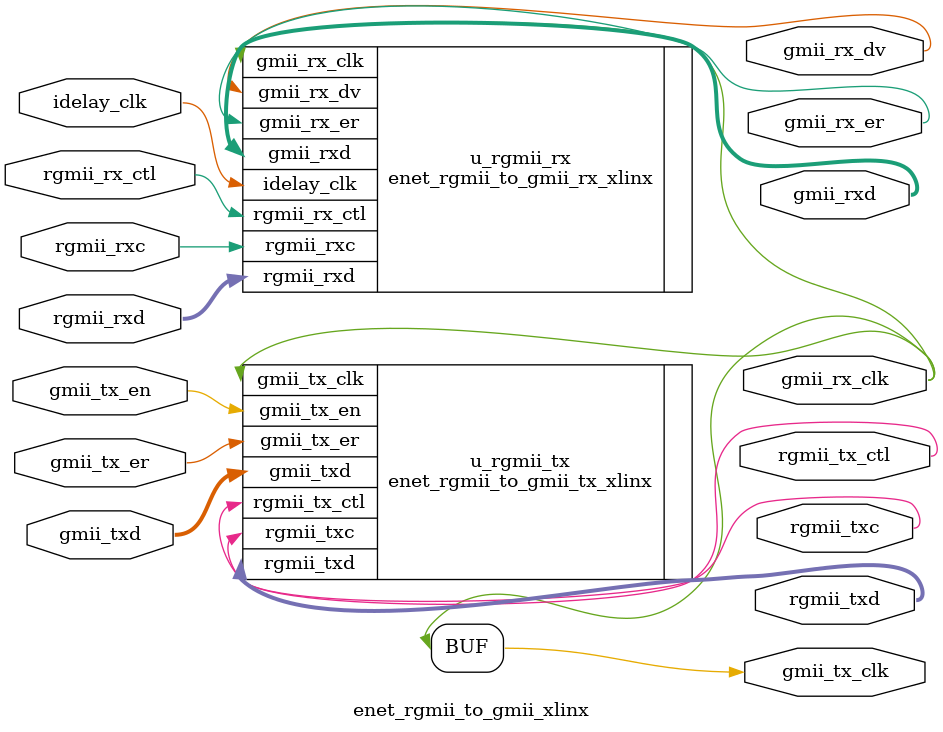
<source format=v>

module enet_rgmii_to_gmii_xlinx(
    input              idelay_clk  , //IDELAYÊ±ÖÓ
    //ÒÔÌ«ÍøGMII½Ó¿Ú
    output             gmii_rx_clk , //GMII½ÓÊÕÊ±ÖÓ
    output             gmii_rx_dv  , //GMII½ÓÊÕÊý¾ÝÓÐÐ§ÐÅºÅ
    output             gmii_rx_er  , //GMII½ÓÊÕÊý¾Ý´íÎóÐÅºÅ
    output      [7:0]  gmii_rxd    , //GMII½ÓÊÕÊý¾Ý
    output             gmii_tx_clk , //GMII·¢ËÍÊ±ÖÓ
    input              gmii_tx_en  , //GMII·¢ËÍÊý¾ÝÊ¹ÄÜÐÅºÅ
    input              gmii_tx_er  , //GMII·¢ËÍÊý¾Ý´íÎóÐÅºÅ
    input       [7:0]  gmii_txd    , //GMII·¢ËÍÊý¾Ý            
    //ÒÔÌ«ÍøRGMII½Ó¿Ú   
    input              rgmii_rxc   , //RGMII½ÓÊÕÊ±ÖÓ
    input              rgmii_rx_ctl, //RGMII½ÓÊÕÊý¾Ý¿ØÖÆÐÅºÅ
    input       [3:0]  rgmii_rxd   , //RGMII½ÓÊÕÊý¾Ý
    output             rgmii_txc   , //RGMII·¢ËÍÊ±ÖÓ    
    output             rgmii_tx_ctl, //RGMII·¢ËÍÊý¾Ý¿ØÖÆÐÅºÅ
    output      [3:0]  rgmii_txd     //RGMII·¢ËÍÊý¾Ý          
);

//parameter define
parameter IDELAY_VALUE = 0;  //ÊäÈëÊý¾ÝIOÑÓÊ±(Èç¹ûÎªn,±íÊ¾ÑÓÊ±n*78ps) 

//*****************************************************
//**                    main code
//*****************************************************

assign gmii_tx_clk = gmii_rx_clk;

//RGMII½ÓÊÕ
enet_rgmii_to_gmii_rx_xlinx #(
    .IDELAY_VALUE  (IDELAY_VALUE)
) u_rgmii_rx(
    .idelay_clk    (idelay_clk      ),
    .gmii_rx_clk   (gmii_rx_clk     ),
    .rgmii_rxc     (rgmii_rxc       ),
    .rgmii_rx_ctl  (rgmii_rx_ctl    ),
    .rgmii_rxd     (rgmii_rxd       ),

    .gmii_rx_dv    (gmii_rx_dv      ),
    .gmii_rx_er    (gmii_rx_er      ),
    .gmii_rxd      (gmii_rxd        )
);

//RGMII·¢ËÍ
enet_rgmii_to_gmii_tx_xlinx u_rgmii_tx(
    .gmii_tx_clk   (gmii_tx_clk     ),
    .gmii_tx_en    (gmii_tx_en      ),
    .gmii_tx_er    (gmii_tx_er      ),
    .gmii_txd      (gmii_txd        ),

    .rgmii_txc     (rgmii_txc       ),
    .rgmii_tx_ctl  (rgmii_tx_ctl    ),
    .rgmii_txd     (rgmii_txd       )
);

endmodule //enet_rgmii_to_gmii_xlinx

</source>
